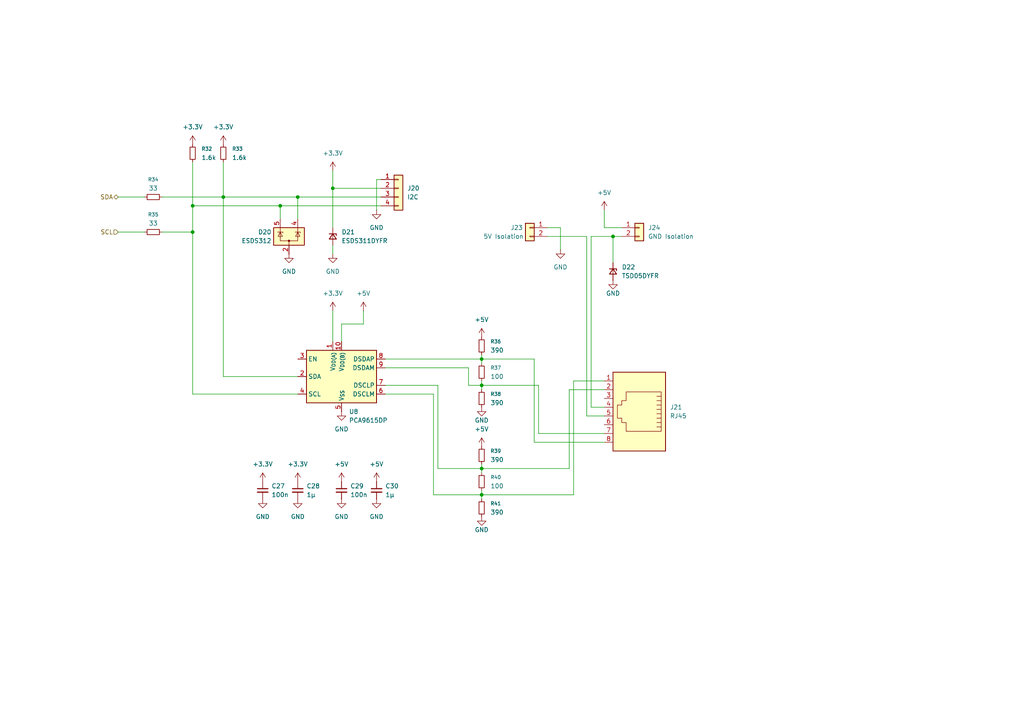
<source format=kicad_sch>
(kicad_sch (version 20250114) (generator "eeschema") (generator_version "9.0")
  (paper "A4")
  (lib_symbols
    (symbol "Connector:RJ45" (pin_names (offset 1.016))
      (property "Reference" "J" (at -5.08 13.97 0))
      (property "Value" "RJ45" (at 2.54 13.97 0))
      (symbol "RJ45_0_1"
        (polyline (pts (xy -6.35 1.905) (xy -5.08 1.905) (xy -5.08 1.905)))
        (polyline (pts (xy -6.35 0.635) (xy -5.08 0.635) (xy -5.08 0.635)))
        (polyline (pts (xy -6.35 -0.635) (xy -5.08 -0.635) (xy -5.08 -0.635)))
        (polyline (pts (xy -6.35 -1.905) (xy -5.08 -1.905) (xy -5.08 -1.905)))
        (polyline (pts (xy -6.35 -3.175) (xy -5.08 -3.175) (xy -5.08 -3.175)))
        (polyline (pts (xy -6.35 -4.445) (xy -6.35 6.985) (xy 3.81 6.985) (xy 3.81 4.445) (xy 5.08 4.445) (xy 5.08 3.175) (xy 6.35 3.175) (xy 6.35 -0.635) (xy 5.08 -0.635) (xy 5.08 -1.905) (xy 3.81 -1.905) (xy 3.81 -4.445) (xy -6.35 -4.445) (xy -6.35 -4.445)))
        (polyline (pts (xy -5.08 5.715) (xy -6.35 5.715)))
        (polyline (pts (xy -5.08 4.445) (xy -6.35 4.445)))
        (polyline (pts (xy -5.08 3.175) (xy -6.35 3.175) (xy -6.35 3.175)))
        (rectangle (start 7.62 12.7) (end -7.62 -10.16) (stroke (width 0.254)) (fill (type background)))
      )
      (symbol "RJ45_1_1"
        (pin passive line (at 10.16 10.16 180) (length 2.54) (name "~") (number "8"))
        (pin passive line (at 10.16 7.62 180) (length 2.54) (name "~") (number "7"))
        (pin passive line (at 10.16 5.08 180) (length 2.54) (name "~") (number "6"))
        (pin passive line (at 10.16 2.54 180) (length 2.54) (name "~") (number "5"))
        (pin passive line (at 10.16 0 180) (length 2.54) (name "~") (number "4"))
        (pin passive line (at 10.16 -2.54 180) (length 2.54) (name "~") (number "3"))
        (pin passive line (at 10.16 -5.08 180) (length 2.54) (name "~") (number "2"))
        (pin passive line (at 10.16 -7.62 180) (length 2.54) (name "~") (number "1"))
      )
    )
    (symbol "Connector_Generic:Conn_01x02" (pin_names (offset 1.016) (hide yes))
      (property "Reference" "J" (at 0 2.54 0))
      (property "Value" "Conn_01x02" (at 0 -5.08 0))
      (symbol "Conn_01x02_1_1"
        (rectangle (start -1.27 1.27) (end 1.27 -3.81) (stroke (width 0.254)) (fill (type background)))
        (rectangle (start -1.27 0.127) (end 0 -0.127) (stroke (width 0.1524)))
        (rectangle (start -1.27 -2.413) (end 0 -2.667) (stroke (width 0.1524)))
        (pin passive line (at -5.08 0 0) (length 3.81) (name "Pin_1") (number "1"))
        (pin passive line (at -5.08 -2.54 0) (length 3.81) (name "Pin_2") (number "2"))
      )
    )
    (symbol "Connector_Generic:Conn_01x04" (pin_names (offset 1.016) (hide yes))
      (property "Reference" "J" (at 0 5.08 0))
      (property "Value" "Conn_01x04" (at 0 -7.62 0))
      (symbol "Conn_01x04_1_1"
        (rectangle (start -1.27 3.81) (end 1.27 -6.35) (stroke (width 0.254)) (fill (type background)))
        (rectangle (start -1.27 2.667) (end 0 2.413) (stroke (width 0.1524)))
        (rectangle (start -1.27 0.127) (end 0 -0.127) (stroke (width 0.1524)))
        (rectangle (start -1.27 -2.413) (end 0 -2.667) (stroke (width 0.1524)))
        (rectangle (start -1.27 -4.953) (end 0 -5.207) (stroke (width 0.1524)))
        (pin passive line (at -5.08 2.54 0) (length 3.81) (name "Pin_1") (number "1"))
        (pin passive line (at -5.08 0 0) (length 3.81) (name "Pin_2") (number "2"))
        (pin passive line (at -5.08 -2.54 0) (length 3.81) (name "Pin_3") (number "3"))
        (pin passive line (at -5.08 -5.08 0) (length 3.81) (name "Pin_4") (number "4"))
      )
    )
    (symbol "Device:C_Small" (pin_numbers (hide yes)) (pin_names (offset 0.254) (hide yes))
      (property "Reference" "C" (at 0.254 1.778 0))
      (property "Value" "C_Small" (at 0.254 -2.032 0))
      (symbol "C_Small_0_1"
        (polyline (pts (xy -1.524 0.508) (xy 1.524 0.508)) (stroke (width 0.3048)))
        (polyline (pts (xy -1.524 -0.508) (xy 1.524 -0.508)) (stroke (width 0.3302)))
      )
      (symbol "C_Small_1_1"
        (pin passive line (at 0 2.54 270) (length 2.032) (name "~") (number "1"))
        (pin passive line (at 0 -2.54 90) (length 2.032) (name "~") (number "2"))
      )
    )
    (symbol "Device:D_Zener_Small" (pin_numbers (hide yes)) (pin_names (offset 0.254) (hide yes))
      (property "Reference" "D" (at 0 2.286 0))
      (property "Value" "D_Zener_Small" (at 0 -2.286 0))
      (symbol "D_Zener_Small_0_1"
        (polyline (pts (xy -0.254 1.016) (xy -0.762 1.016) (xy -0.762 -1.016)) (stroke (width 0.254)))
        (polyline (pts (xy 0.762 1.016) (xy -0.762 0) (xy 0.762 -1.016) (xy 0.762 1.016)) (stroke (width 0.254)))
        (polyline (pts (xy 0.762 0) (xy -0.762 0)))
      )
      (symbol "D_Zener_Small_1_1"
        (pin passive line (at -2.54 0 0) (length 1.778) (name "K") (number "1"))
        (pin passive line (at 2.54 0 180) (length 1.778) (name "A") (number "2"))
      )
    )
    (symbol "Device:R_Small" (pin_numbers (hide yes)) (pin_names (offset 0.254) (hide yes))
      (property "Reference" "R" (at 0 0 90))
      (property "Value" "R_Small" (at 1.778 0 90))
      (symbol "R_Small_0_1"
        (rectangle (start -0.762 1.778) (end 0.762 -1.778) (stroke (width 0.2032)))
      )
      (symbol "R_Small_1_1"
        (pin passive line (at 0 2.54 270) (length 0.762) (name "~") (number "1"))
        (pin passive line (at 0 -2.54 90) (length 0.762) (name "~") (number "2"))
      )
    )
    (symbol "Interface:PCA9615DP"
      (property "Reference" "U" (at -10.16 8.89 0))
      (property "Value" "PCA9615DP" (at 1.27 8.89 0))
      (symbol "PCA9615DP_0_1"
        (rectangle (start -10.16 7.62) (end 10.16 -7.62) (stroke (width 0.254)) (fill (type background)))
      )
      (symbol "PCA9615DP_1_1"
        (pin input line (at -12.7 5.08 0) (length 2.54) (name "EN") (number "3"))
        (pin bidirectional line (at -12.7 0 0) (length 2.54) (name "SDA") (number "2"))
        (pin bidirectional line (at -12.7 -5.08 0) (length 2.54) (name "SCL") (number "4"))
        (pin power_in line (at -2.54 10.16 270) (length 2.54) (name "V_{DD(A)}") (number "1"))
        (pin power_in line (at 0 10.16 270) (length 2.54) (name "V_{DD(B)}") (number "10"))
        (pin power_in line (at 0 -10.16 90) (length 2.54) (name "V_{SS}") (number "5"))
        (pin bidirectional line (at 12.7 5.08 180) (length 2.54) (name "DSDAP") (number "8"))
        (pin bidirectional line (at 12.7 2.54 180) (length 2.54) (name "DSDAM") (number "9"))
        (pin bidirectional line (at 12.7 -2.54 180) (length 2.54) (name "DSCLP") (number "7"))
        (pin bidirectional line (at 12.7 -5.08 180) (length 2.54) (name "DSCLM") (number "6"))
      )
    )
    (symbol "New_Library:ESDS312" (pin_names (hide yes))
      (property "Reference" "D" (at 4.826 1.27 0))
      (property "Value" "ESDS312" (at 4.826 -1.27 0))
      (symbol "ESDS312_0_0"
        (pin passive line (at 0 -5.08 90) (length 2.54) (name "A") (number "2"))
      )
      (symbol "ESDS312_0_1"
        (rectangle (start -4.445 2.54) (end 4.445 -2.54) (stroke (width 0.254)) (fill (type background)))
        (polyline (pts (xy -3.302 1.016) (xy -3.302 1.27) (xy -1.905 1.27) (xy -1.778 1.27)))
        (polyline (pts (xy -2.54 2.54) (xy -2.54 1.27)))
        (polyline (pts (xy -2.54 1.27) (xy -3.175 0) (xy -1.905 0) (xy -2.54 1.27)))
        (polyline (pts (xy 0 -1.27) (xy 0 -2.54)))
        (polyline (pts (xy 0 -1.27) (xy -2.54 -1.27) (xy -2.54 1.27)))
        (circle (center 0 -1.27) (radius 0.254) (fill (type outline)))
        (polyline (pts (xy 1.778 1.016) (xy 1.778 1.27) (xy 3.175 1.27) (xy 3.302 1.27)))
        (polyline (pts (xy 2.54 2.54) (xy 2.54 1.27)))
        (polyline (pts (xy 2.54 1.27) (xy 2.54 -1.27) (xy 0 -1.27)))
        (polyline (pts (xy 2.54 1.27) (xy 1.905 0) (xy 3.175 0) (xy 2.54 1.27)))
      )
      (symbol "ESDS312_1_1"
        (pin passive line (at -2.54 5.08 270) (length 2.54) (name "K") (number "4"))
        (pin passive line (at 2.54 5.08 270) (length 2.54) (name "K") (number "5"))
      )
    )
    (symbol "power:+3.3V" (power) (pin_numbers (hide yes)) (pin_names (offset 0) (hide yes))
      (property "Value" "+3.3V" (at 0 3.556 0))
      (symbol "+3.3V_0_1"
        (polyline (pts (xy -0.762 1.27) (xy 0 2.54)))
        (polyline (pts (xy 0 2.54) (xy 0.762 1.27)))
        (polyline (pts (xy 0 0) (xy 0 2.54)))
      )
      (symbol "+3.3V_1_1"
        (pin power_in line (at 0 0 90) (length 0) (name "~") (number "1"))
      )
    )
    (symbol "power:+5V" (power) (pin_numbers (hide yes)) (pin_names (offset 0) (hide yes))
      (property "Value" "+5V" (at 0 3.556 0))
      (symbol "+5V_0_1"
        (polyline (pts (xy -0.762 1.27) (xy 0 2.54)))
        (polyline (pts (xy 0 2.54) (xy 0.762 1.27)))
        (polyline (pts (xy 0 0) (xy 0 2.54)))
      )
      (symbol "+5V_1_1"
        (pin power_in line (at 0 0 90) (length 0) (name "~") (number "1"))
      )
    )
    (symbol "power:GND" (power) (pin_numbers (hide yes)) (pin_names (offset 0) (hide yes))
      (property "Value" "GND" (at 0 -3.81 0))
      (symbol "GND_0_1"
        (polyline (pts (xy 0 0) (xy 0 -1.27) (xy 1.27 -1.27) (xy 0 -2.54) (xy -1.27 -1.27) (xy 0 -1.27)))
      )
      (symbol "GND_1_1"
        (pin power_in line (at 0 0 270) (length 0) (name "~") (number "1"))
      )
    )
  )
  (junction (at 177.8 68.58))
  (junction (at 96.52 54.61))
  (junction (at 139.7 143.51))
  (junction (at 86.36 57.15))
  (junction (at 81.28 59.69))
  (junction (at 139.7 135.89))
  (junction (at 139.7 111.76))
  (junction (at 55.88 59.69))
  (junction (at 139.7 104.14))
  (junction (at 64.77 57.15))
  (junction (at 55.88 67.31))
  (wire (pts (xy 135.89 106.68) (xy 135.89 111.76)))
  (wire (pts (xy 177.8 76.2) (xy 177.8 68.58)))
  (wire (pts (xy 109.22 52.07) (xy 110.49 52.07)))
  (wire (pts (xy 105.41 90.17) (xy 105.41 93.98)))
  (wire (pts (xy 165.1 135.89) (xy 165.1 113.03)))
  (wire (pts (xy 55.88 46.99) (xy 55.88 59.69)))
  (wire (pts (xy 86.36 57.15) (xy 110.49 57.15)))
  (wire (pts (xy 111.76 111.76) (xy 127 111.76)))
  (wire (pts (xy 125.73 114.3) (xy 125.73 143.51)))
  (wire (pts (xy 180.34 68.58) (xy 177.8 68.58)))
  (wire (pts (xy 154.94 104.14) (xy 139.7 104.14)))
  (wire (pts (xy 96.52 54.61) (xy 96.52 49.53)))
  (wire (pts (xy 46.99 57.15) (xy 64.77 57.15)))
  (wire (pts (xy 86.36 109.22) (xy 64.77 109.22)))
  (wire (pts (xy 55.88 67.31) (xy 55.88 114.3)))
  (wire (pts (xy 139.7 104.14) (xy 139.7 105.41)))
  (wire (pts (xy 96.52 90.17) (xy 96.52 99.06)))
  (wire (pts (xy 177.8 68.58) (xy 171.45 68.58)))
  (wire (pts (xy 139.7 143.51) (xy 139.7 144.78)))
  (wire (pts (xy 139.7 104.14) (xy 139.7 102.87)))
  (wire (pts (xy 162.56 66.04) (xy 162.56 72.39)))
  (wire (pts (xy 175.26 60.96) (xy 175.26 66.04)))
  (wire (pts (xy 139.7 135.89) (xy 165.1 135.89)))
  (wire (pts (xy 170.18 120.65) (xy 175.26 120.65)))
  (wire (pts (xy 55.88 67.31) (xy 55.88 59.69)))
  (wire (pts (xy 170.18 68.58) (xy 170.18 120.65)))
  (wire (pts (xy 139.7 142.24) (xy 139.7 143.51)))
  (wire (pts (xy 166.37 110.49) (xy 175.26 110.49)))
  (wire (pts (xy 110.49 54.61) (xy 96.52 54.61)))
  (wire (pts (xy 86.36 57.15) (xy 86.36 63.5)))
  (wire (pts (xy 111.76 106.68) (xy 135.89 106.68)))
  (wire (pts (xy 64.77 109.22) (xy 64.77 57.15)))
  (wire (pts (xy 139.7 143.51) (xy 166.37 143.51)))
  (wire (pts (xy 171.45 118.11) (xy 175.26 118.11)))
  (wire (pts (xy 99.06 93.98) (xy 105.41 93.98)))
  (wire (pts (xy 139.7 134.62) (xy 139.7 135.89)))
  (wire (pts (xy 165.1 113.03) (xy 175.26 113.03)))
  (wire (pts (xy 125.73 143.51) (xy 139.7 143.51)))
  (wire (pts (xy 170.18 68.58) (xy 158.75 68.58)))
  (wire (pts (xy 156.21 111.76) (xy 139.7 111.76)))
  (wire (pts (xy 96.52 54.61) (xy 96.52 66.04)))
  (wire (pts (xy 34.29 57.15) (xy 41.91 57.15)))
  (wire (pts (xy 55.88 114.3) (xy 86.36 114.3)))
  (wire (pts (xy 46.99 67.31) (xy 55.88 67.31)))
  (wire (pts (xy 64.77 46.99) (xy 64.77 57.15)))
  (wire (pts (xy 64.77 57.15) (xy 86.36 57.15)))
  (wire (pts (xy 111.76 104.14) (xy 139.7 104.14)))
  (wire (pts (xy 175.26 125.73) (xy 156.21 125.73)))
  (wire (pts (xy 156.21 125.73) (xy 156.21 111.76)))
  (wire (pts (xy 135.89 111.76) (xy 139.7 111.76)))
  (wire (pts (xy 81.28 59.69) (xy 81.28 63.5)))
  (wire (pts (xy 166.37 143.51) (xy 166.37 110.49)))
  (wire (pts (xy 127 111.76) (xy 127 135.89)))
  (wire (pts (xy 175.26 128.27) (xy 154.94 128.27)))
  (wire (pts (xy 96.52 73.66) (xy 96.52 71.12)))
  (wire (pts (xy 158.75 66.04) (xy 162.56 66.04)))
  (wire (pts (xy 139.7 135.89) (xy 139.7 137.16)))
  (wire (pts (xy 109.22 52.07) (xy 109.22 60.96)))
  (wire (pts (xy 180.34 66.04) (xy 175.26 66.04)))
  (wire (pts (xy 139.7 111.76) (xy 139.7 113.03)))
  (wire (pts (xy 81.28 59.69) (xy 110.49 59.69)))
  (wire (pts (xy 154.94 128.27) (xy 154.94 104.14)))
  (wire (pts (xy 127 135.89) (xy 139.7 135.89)))
  (wire (pts (xy 111.76 114.3) (xy 125.73 114.3)))
  (wire (pts (xy 55.88 59.69) (xy 81.28 59.69)))
  (wire (pts (xy 34.29 67.31) (xy 41.91 67.31)))
  (wire (pts (xy 139.7 111.76) (xy 139.7 110.49)))
  (wire (pts (xy 171.45 68.58) (xy 171.45 118.11)))
  (wire (pts (xy 99.06 99.06) (xy 99.06 93.98)))
  (hierarchical_label "SDA" (shape bidirectional) (at 34.29 57.15 180))
  (hierarchical_label "SCL" (shape input) (at 34.29 67.31 180))
  (symbol (lib_id "Connector:RJ45") (at 185.42 118.11 180) (unit 1)
    (property "Reference" "J21" (at 194.31 118.1099 0) (effects (justify right)))
    (property "Value" "RJ45" (at 194.31 120.6499 0) (effects (justify right)))
    (property "Footprint" "Connector_RJ:RJ45_Amphenol_54602-x08_Horizontal" (effects (hide yes)))
    (property "Description" "RJ connector, 8P8C (8 positions 8 connected)" (effects (hide yes)))
  )
  (symbol (lib_id "power:+5V") (at 175.26 60.96 0) (unit 1)
    (property "Reference" "#PWR0117" (effects (hide yes)))
    (property "Value" "+5V" (at 175.26 55.88 0))
    (property "Description" "Power symbol creates a global label with name \"+5V\"" (effects (hide yes)))
  )
  (symbol (lib_id "Device:R_Small") (at 44.45 67.31 90) (unit 1)
    (property "Reference" "R35" (at 44.45 62.23 90) (effects (font (size 1.016 1.016))))
    (property "Value" "33" (at 44.45 64.77 90))
    (property "Footprint" "Resistor_SMD:R_0603_1608Metric" (effects (hide yes)))
    (property "Description" "Resistor, small symbol" (effects (hide yes)))
  )
  (symbol (lib_id "power:+3.3V") (at 96.52 49.53 0) (unit 1)
    (property "Reference" "#PWR0115" (effects (hide yes)))
    (property "Value" "+3.3V" (at 96.52 44.45 0))
    (property "Description" "Power symbol creates a global label with name \"+3.3V\"" (effects (hide yes)))
  )
  (symbol (lib_id "Device:R_Small") (at 64.77 44.45 0) (unit 1)
    (property "Reference" "R33" (at 67.31 43.1799 0) (effects (font (size 1.016 1.016)) (justify left)))
    (property "Value" "1.6k" (at 67.31 45.7199 0) (effects (justify left)))
    (property "Footprint" "Resistor_SMD:R_0603_1608Metric" (effects (hide yes)))
    (property "Description" "Resistor, small symbol" (effects (hide yes)))
  )
  (symbol (lib_id "power:GND") (at 109.22 144.78 0) (unit 1)
    (property "Reference" "#PWR0135" (effects (hide yes)))
    (property "Value" "GND" (at 109.22 149.86 0))
    (property "Description" "Power symbol creates a global label with name \"GND\" , ground" (effects (hide yes)))
  )
  (symbol (lib_id "power:+5V") (at 99.06 139.7 0) (unit 1)
    (property "Reference" "#PWR0130" (effects (hide yes)))
    (property "Value" "+5V" (at 99.06 134.62 0))
    (property "Description" "Power symbol creates a global label with name \"+5V\"" (effects (hide yes)))
  )
  (symbol (lib_id "Device:C_Small") (at 109.22 142.24 0) (unit 1)
    (property "Reference" "C30" (at 111.76 140.9762 0) (effects (justify left)))
    (property "Value" "1µ" (at 111.76 143.5162 0) (effects (justify left)))
    (property "Footprint" "Capacitor_SMD:C_0603_1608Metric" (effects (hide yes)))
    (property "Description" "Unpolarized capacitor, small symbol" (effects (hide yes)))
  )
  (symbol (lib_id "Connector_Generic:Conn_01x04") (at 115.57 54.61 0) (unit 1)
    (property "Reference" "J20" (at 118.11 54.6099 0) (effects (justify left)))
    (property "Value" "I2C" (at 118.11 57.1499 0) (effects (justify left)))
    (property "Footprint" "Connector_JST:JST_SH_SM04B-SRSS-TB_1x04-1MP_P1.00mm_Horizontal" (effects (hide yes)))
    (property "Description" "Generic connector, single row, 01x04, script generated (kicad-library-utils/schlib/autogen/connector/)" (effects (hide yes)))
  )
  (symbol (lib_id "Device:C_Small") (at 86.36 142.24 0) (unit 1)
    (property "Reference" "C28" (at 88.9 140.9762 0) (effects (justify left)))
    (property "Value" "1µ" (at 88.9 143.5162 0) (effects (justify left)))
    (property "Footprint" "Capacitor_SMD:C_0603_1608Metric" (effects (hide yes)))
    (property "Description" "Unpolarized capacitor, small symbol" (effects (hide yes)))
  )
  (symbol (lib_id "power:GND") (at 86.36 144.78 0) (unit 1)
    (property "Reference" "#PWR0133" (effects (hide yes)))
    (property "Value" "GND" (at 86.36 149.86 0))
    (property "Description" "Power symbol creates a global label with name \"GND\" , ground" (effects (hide yes)))
  )
  (symbol (lib_id "Connector_Generic:Conn_01x02") (at 185.42 66.04 0) (unit 1)
    (property "Reference" "J24" (at 187.96 66.0399 0) (effects (justify left)))
    (property "Value" "GND Isolation" (at 187.96 68.5799 0) (effects (justify left)))
    (property "Footprint" "Connector_PinHeader_2.54mm:PinHeader_1x02_P2.54mm_Vertical" (effects (hide yes)))
    (property "Description" "Generic connector, single row, 01x02, script generated (kicad-library-utils/schlib/autogen/connector/)" (effects (hide yes)))
  )
  (symbol (lib_id "power:GND") (at 99.06 144.78 0) (unit 1)
    (property "Reference" "#PWR0134" (effects (hide yes)))
    (property "Value" "GND" (at 99.06 149.86 0))
    (property "Description" "Power symbol creates a global label with name \"GND\" , ground" (effects (hide yes)))
  )
  (symbol (lib_id "power:+3.3V") (at 96.52 90.17 0) (unit 1)
    (property "Reference" "#PWR0122" (effects (hide yes)))
    (property "Value" "+3.3V" (at 96.52 85.09 0))
    (property "Description" "Power symbol creates a global label with name \"+3.3V\"" (effects (hide yes)))
  )
  (symbol (lib_id "power:GND") (at 99.06 119.38 0) (unit 1)
    (property "Reference" "#PWR0126" (effects (hide yes)))
    (property "Value" "GND" (at 99.06 124.46 0))
    (property "Description" "Power symbol creates a global label with name \"GND\" , ground" (effects (hide yes)))
  )
  (symbol (lib_id "power:GND") (at 177.8 81.28 0) (unit 1)
    (property "Reference" "#PWR0121" (effects (hide yes)))
    (property "Value" "GND" (at 177.8 85.09 0))
    (property "Description" "Power symbol creates a global label with name \"GND\" , ground" (effects (hide yes)))
  )
  (symbol (lib_id "power:+3.3V") (at 64.77 41.91 0) (unit 1)
    (property "Reference" "#PWR0114" (effects (hide yes)))
    (property "Value" "+3.3V" (at 64.77 36.83 0))
    (property "Description" "Power symbol creates a global label with name \"+3.3V\"" (effects (hide yes)))
  )
  (symbol (lib_id "power:+5V") (at 109.22 139.7 0) (unit 1)
    (property "Reference" "#PWR0131" (effects (hide yes)))
    (property "Value" "+5V" (at 109.22 134.62 0))
    (property "Description" "Power symbol creates a global label with name \"+5V\"" (effects (hide yes)))
  )
  (symbol (lib_id "Device:D_Zener_Small") (at 96.52 68.58 270) (unit 1)
    (property "Reference" "D21" (at 99.06 67.3099 90) (effects (justify left)))
    (property "Value" "ESDS311DYFR" (at 99.06 69.8499 90) (effects (justify left)))
    (property "Footprint" "Diode_SMD:D_SOD-323_HandSoldering" (effects (hide yes)))
    (property "Description" "Zener diode, small symbol" (effects (hide yes)))
  )
  (symbol (lib_id "Device:R_Small") (at 139.7 139.7 0) (unit 1)
    (property "Reference" "R40" (at 142.24 138.4299 0) (effects (font (size 1.016 1.016)) (justify left)))
    (property "Value" "100" (at 142.24 140.9699 0) (effects (justify left)))
    (property "Footprint" "Resistor_SMD:R_0603_1608Metric" (effects (hide yes)))
    (property "Description" "Resistor, small symbol" (effects (hide yes)))
  )
  (symbol (lib_id "Device:R_Small") (at 55.88 44.45 0) (unit 1)
    (property "Reference" "R32" (at 58.42 43.1799 0) (effects (font (size 1.016 1.016)) (justify left)))
    (property "Value" "1.6k" (at 58.42 45.7199 0) (effects (justify left)))
    (property "Footprint" "Resistor_SMD:R_0603_1608Metric" (effects (hide yes)))
    (property "Description" "Resistor, small symbol" (effects (hide yes)))
  )
  (symbol (lib_id "Device:R_Small") (at 139.7 115.57 0) (unit 1)
    (property "Reference" "R38" (at 142.24 114.2999 0) (effects (font (size 1.016 1.016)) (justify left)))
    (property "Value" "390" (at 142.24 116.8399 0) (effects (justify left)))
    (property "Footprint" "Resistor_SMD:R_0603_1608Metric" (effects (hide yes)))
    (property "Description" "Resistor, small symbol" (effects (hide yes)))
  )
  (symbol (lib_id "power:GND") (at 162.56 72.39 0) (unit 1)
    (property "Reference" "#PWR0120" (effects (hide yes)))
    (property "Value" "GND" (at 162.56 77.47 0))
    (property "Description" "Power symbol creates a global label with name \"GND\" , ground" (effects (hide yes)))
  )
  (symbol (lib_id "power:GND") (at 139.7 149.86 0) (unit 1)
    (property "Reference" "#PWR0136" (effects (hide yes)))
    (property "Value" "GND" (at 139.7 153.67 0))
    (property "Description" "Power symbol creates a global label with name \"GND\" , ground" (effects (hide yes)))
  )
  (symbol (lib_id "power:+5V") (at 105.41 90.17 0) (unit 1)
    (property "Reference" "#PWR0123" (effects (hide yes)))
    (property "Value" "+5V" (at 105.41 85.09 0))
    (property "Description" "Power symbol creates a global label with name \"+5V\"" (effects (hide yes)))
  )
  (symbol (lib_id "Device:R_Small") (at 139.7 147.32 0) (unit 1)
    (property "Reference" "R41" (at 142.24 146.0499 0) (effects (font (size 1.016 1.016)) (justify left)))
    (property "Value" "390" (at 142.24 148.5899 0) (effects (justify left)))
    (property "Footprint" "Resistor_SMD:R_0603_1608Metric" (effects (hide yes)))
    (property "Description" "Resistor, small symbol" (effects (hide yes)))
  )
  (symbol (lib_id "power:GND") (at 96.52 73.66 0) (unit 1)
    (property "Reference" "#PWR0119" (effects (hide yes)))
    (property "Value" "GND" (at 96.52 78.74 0))
    (property "Description" "Power symbol creates a global label with name \"GND\" , ground" (effects (hide yes)))
  )
  (symbol (lib_id "Device:C_Small") (at 76.2 142.24 0) (unit 1)
    (property "Reference" "C27" (at 78.74 140.9762 0) (effects (justify left)))
    (property "Value" "100n" (at 78.74 143.5162 0) (effects (justify left)))
    (property "Footprint" "Capacitor_SMD:C_0603_1608Metric" (effects (hide yes)))
    (property "Description" "Unpolarized capacitor, small symbol" (effects (hide yes)))
  )
  (symbol (lib_id "power:+3.3V") (at 86.36 139.7 0) (unit 1)
    (property "Reference" "#PWR0129" (effects (hide yes)))
    (property "Value" "+3.3V" (at 86.36 134.62 0))
    (property "Description" "Power symbol creates a global label with name \"+3.3V\"" (effects (hide yes)))
  )
  (symbol (lib_id "power:+5V") (at 139.7 129.54 0) (unit 1)
    (property "Reference" "#PWR0127" (effects (hide yes)))
    (property "Value" "+5V" (at 139.7 124.46 0))
    (property "Description" "Power symbol creates a global label with name \"+5V\"" (effects (hide yes)))
  )
  (symbol (lib_id "power:GND") (at 76.2 144.78 0) (unit 1)
    (property "Reference" "#PWR0132" (effects (hide yes)))
    (property "Value" "GND" (at 76.2 149.86 0))
    (property "Description" "Power symbol creates a global label with name \"GND\" , ground" (effects (hide yes)))
  )
  (symbol (lib_id "Device:R_Small") (at 139.7 107.95 0) (unit 1)
    (property "Reference" "R37" (at 142.24 106.6799 0) (effects (font (size 1.016 1.016)) (justify left)))
    (property "Value" "100" (at 142.24 109.2199 0) (effects (justify left)))
    (property "Footprint" "Resistor_SMD:R_0603_1608Metric" (effects (hide yes)))
    (property "Description" "Resistor, small symbol" (effects (hide yes)))
  )
  (symbol (lib_id "power:+3.3V") (at 55.88 41.91 0) (unit 1)
    (property "Reference" "#PWR0113" (effects (hide yes)))
    (property "Value" "+3.3V" (at 55.88 36.83 0))
    (property "Description" "Power symbol creates a global label with name \"+3.3V\"" (effects (hide yes)))
  )
  (symbol (lib_id "power:GND") (at 83.82 73.66 0) (unit 1)
    (property "Reference" "#PWR0118" (effects (hide yes)))
    (property "Value" "GND" (at 83.82 78.74 0))
    (property "Description" "Power symbol creates a global label with name \"GND\" , ground" (effects (hide yes)))
  )
  (symbol (lib_id "Device:R_Small") (at 44.45 57.15 90) (unit 1)
    (property "Reference" "R34" (at 44.45 52.07 90) (effects (font (size 1.016 1.016))))
    (property "Value" "33" (at 44.45 54.61 90))
    (property "Footprint" "Resistor_SMD:R_0603_1608Metric" (effects (hide yes)))
    (property "Description" "Resistor, small symbol" (effects (hide yes)))
  )
  (symbol (lib_id "power:GND") (at 139.7 118.11 0) (unit 1)
    (property "Reference" "#PWR0125" (effects (hide yes)))
    (property "Value" "GND" (at 139.7 121.92 0))
    (property "Description" "Power symbol creates a global label with name \"GND\" , ground" (effects (hide yes)))
  )
  (symbol (lib_id "Connector_Generic:Conn_01x02") (at 153.67 66.04 0) (mirror y) (unit 1)
    (property "Reference" "J23" (at 149.86 66.04 0))
    (property "Value" "5V Isolation" (at 146.05 68.58 0))
    (property "Footprint" "Connector_PinHeader_2.54mm:PinHeader_1x02_P2.54mm_Vertical" (effects (hide yes)))
    (property "Description" "Generic connector, single row, 01x02, script generated (kicad-library-utils/schlib/autogen/connector/)" (effects (hide yes)))
  )
  (symbol (lib_id "Device:C_Small") (at 99.06 142.24 0) (unit 1)
    (property "Reference" "C29" (at 101.6 140.9762 0) (effects (justify left)))
    (property "Value" "100n" (at 101.6 143.5162 0) (effects (justify left)))
    (property "Footprint" "Capacitor_SMD:C_0603_1608Metric" (effects (hide yes)))
    (property "Description" "Unpolarized capacitor, small symbol" (effects (hide yes)))
  )
  (symbol (lib_id "power:+5V") (at 139.7 97.79 0) (unit 1)
    (property "Reference" "#PWR0124" (effects (hide yes)))
    (property "Value" "+5V" (at 139.7 92.71 0))
    (property "Description" "Power symbol creates a global label with name \"+5V\"" (effects (hide yes)))
  )
  (symbol (lib_id "power:+3.3V") (at 76.2 139.7 0) (unit 1)
    (property "Reference" "#PWR0128" (effects (hide yes)))
    (property "Value" "+3.3V" (at 76.2 134.62 0))
    (property "Description" "Power symbol creates a global label with name \"+3.3V\"" (effects (hide yes)))
  )
  (symbol (lib_id "New_Library:ESDS312") (at 83.82 68.58 0) (mirror y) (unit 1)
    (property "Reference" "D20" (at 78.74 67.3099 0) (effects (justify left)))
    (property "Value" "ESDS312" (at 78.74 69.8499 0) (effects (justify left)))
    (property "Footprint" "Package_TO_SOT_SMD:SOT-23-5" (effects (hide yes)))
    (property "Datasheet" "https://www.ti.com/lit/ds/symlink/esds311.pdf?ts=1709153020911&ref_url=https%253A%252F%252Fwww.ti.com%252Fsitesearch%252Fen-us%252Fdocs%252Funiversalsearch.tsp%253FlangPref%253Den-US%2526searchTerm%253DESDS311DYFR%2526nr%253D0" (effects (hide yes)))
    (property "Description" "2-channel 1Gbps TVS Diode Array, 4.5pF, 3.6V breakdown, 30kV contact & air gap, SOT-23-5" (effects (hide yes)))
  )
  (symbol (lib_id "Interface:PCA9615DP") (at 99.06 109.22 0) (unit 1)
    (property "Reference" "U8" (at 101.2033 119.38 0) (effects (justify left)))
    (property "Value" "PCA9615DP" (at 101.2033 121.92 0) (effects (justify left)))
    (property "Footprint" "Package_SO:TSSOP-10_3x3mm_P0.5mm" (effects (hide yes)))
    (property "Datasheet" "https://www.nxp.com/docs/en/data-sheet/PCA9615.pdf" (effects (hide yes)))
    (property "Description" "Dual bidirectional hot-swap multipoint bus buffer, SO-8" (effects (hide yes)))
  )
  (symbol (lib_id "power:GND") (at 109.22 60.96 0) (unit 1)
    (property "Reference" "#PWR0116" (effects (hide yes)))
    (property "Value" "GND" (at 109.22 66.04 0))
    (property "Description" "Power symbol creates a global label with name \"GND\" , ground" (effects (hide yes)))
  )
  (symbol (lib_id "Device:R_Small") (at 139.7 132.08 0) (unit 1)
    (property "Reference" "R39" (at 142.24 130.8099 0) (effects (font (size 1.016 1.016)) (justify left)))
    (property "Value" "390" (at 142.24 133.3499 0) (effects (justify left)))
    (property "Footprint" "Resistor_SMD:R_0603_1608Metric" (effects (hide yes)))
    (property "Description" "Resistor, small symbol" (effects (hide yes)))
  )
  (symbol (lib_id "Device:D_Zener_Small") (at 177.8 78.74 270) (unit 1)
    (property "Reference" "D22" (at 180.34 77.4699 90) (effects (justify left)))
    (property "Value" "TSD05DYFR" (at 180.34 80.0099 90) (effects (justify left)))
    (property "Footprint" "Diode_SMD:D_SOD-323_HandSoldering" (effects (hide yes)))
    (property "Description" "Zener diode, small symbol" (effects (hide yes)))
  )
  (symbol (lib_id "Device:R_Small") (at 139.7 100.33 0) (unit 1)
    (property "Reference" "R36" (at 142.24 99.0599 0) (effects (font (size 1.016 1.016)) (justify left)))
    (property "Value" "390" (at 142.24 101.5999 0) (effects (justify left)))
    (property "Footprint" "Resistor_SMD:R_0603_1608Metric" (effects (hide yes)))
    (property "Description" "Resistor, small symbol" (effects (hide yes)))
  )
)
</source>
